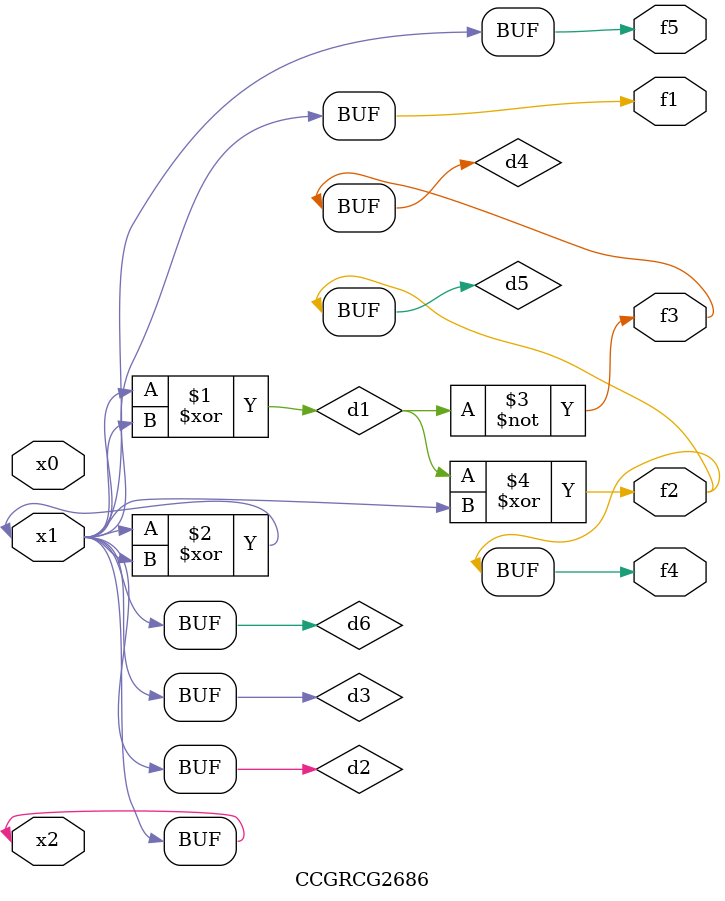
<source format=v>
module CCGRCG2686(
	input x0, x1, x2,
	output f1, f2, f3, f4, f5
);

	wire d1, d2, d3, d4, d5, d6;

	xor (d1, x1, x2);
	buf (d2, x1, x2);
	xor (d3, x1, x2);
	nor (d4, d1);
	xor (d5, d1, d2);
	buf (d6, d2, d3);
	assign f1 = d6;
	assign f2 = d5;
	assign f3 = d4;
	assign f4 = d5;
	assign f5 = d6;
endmodule

</source>
